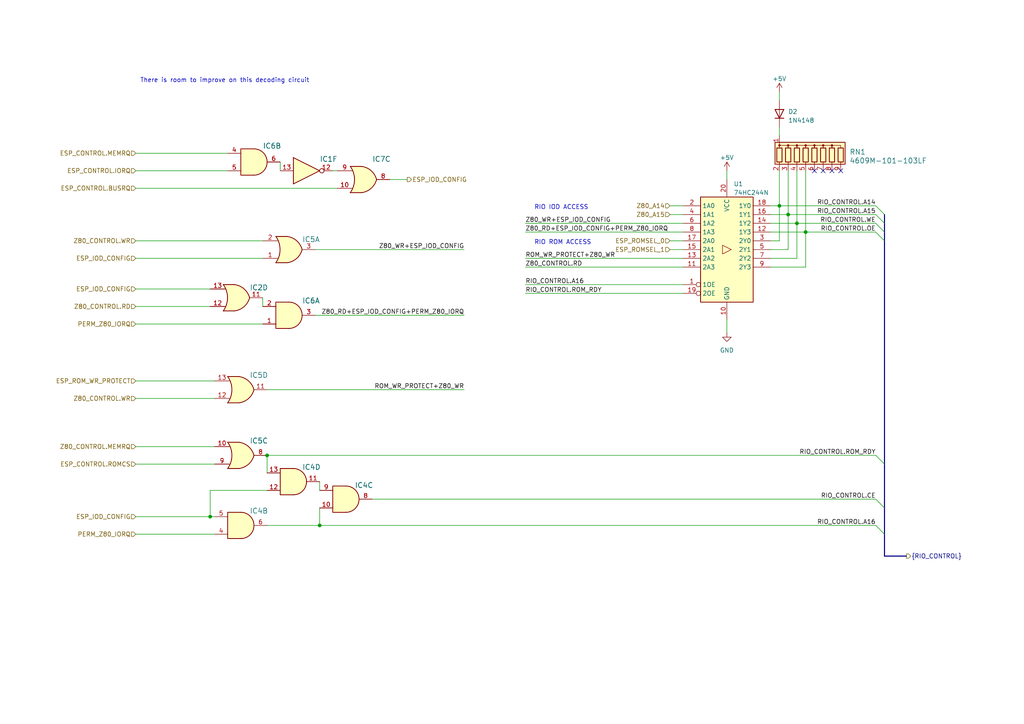
<source format=kicad_sch>
(kicad_sch (version 20230121) (generator eeschema)
  (paper "A4")
  (title_block (comment 1 "This could be copied into a RIO implemenation") (comment 2 "Decoder circuit for the RIO chip"))
  (lib_symbols
    (symbol "74xx:74HC04"
      (property "Reference" "U" (at 0 1.27 0))
      (property "Value" "74HC04" (at 0 -1.27 0))
      (symbol "74HC04_1_0"
        (polyline (pts (xy -3.81 3.81) (xy -3.81 -3.81) (xy 3.81 0) (xy -3.81 3.81)) (stroke (width 0.254)) (fill (type background)))
        (pin input line (at -7.62 0 0) (length 3.81) (name "~") (number "1"))
        (pin output inverted (at 7.62 0 180) (length 3.81) (name "~") (number "2"))
      )
      (symbol "74HC04_2_0"
        (polyline (pts (xy -3.81 3.81) (xy -3.81 -3.81) (xy 3.81 0) (xy -3.81 3.81)) (stroke (width 0.254)) (fill (type background)))
        (pin input line (at -7.62 0 0) (length 3.81) (name "~") (number "3"))
        (pin output inverted (at 7.62 0 180) (length 3.81) (name "~") (number "4"))
      )
      (symbol "74HC04_3_0"
        (polyline (pts (xy -3.81 3.81) (xy -3.81 -3.81) (xy 3.81 0) (xy -3.81 3.81)) (stroke (width 0.254)) (fill (type background)))
        (pin input line (at -7.62 0 0) (length 3.81) (name "~") (number "5"))
        (pin output inverted (at 7.62 0 180) (length 3.81) (name "~") (number "6"))
      )
      (symbol "74HC04_4_0"
        (polyline (pts (xy -3.81 3.81) (xy -3.81 -3.81) (xy 3.81 0) (xy -3.81 3.81)) (stroke (width 0.254)) (fill (type background)))
        (pin output inverted (at 7.62 0 180) (length 3.81) (name "~") (number "8"))
        (pin input line (at -7.62 0 0) (length 3.81) (name "~") (number "9"))
      )
      (symbol "74HC04_5_0"
        (polyline (pts (xy -3.81 3.81) (xy -3.81 -3.81) (xy 3.81 0) (xy -3.81 3.81)) (stroke (width 0.254)) (fill (type background)))
        (pin output inverted (at 7.62 0 180) (length 3.81) (name "~") (number "10"))
        (pin input line (at -7.62 0 0) (length 3.81) (name "~") (number "11"))
      )
      (symbol "74HC04_6_0"
        (polyline (pts (xy -3.81 3.81) (xy -3.81 -3.81) (xy 3.81 0) (xy -3.81 3.81)) (stroke (width 0.254)) (fill (type background)))
        (pin output inverted (at 7.62 0 180) (length 3.81) (name "~") (number "12"))
        (pin input line (at -7.62 0 0) (length 3.81) (name "~") (number "13"))
      )
      (symbol "74HC04_7_0"
        (pin power_in line (at 0 12.7 270) (length 5.08) (name "VCC") (number "14"))
        (pin power_in line (at 0 -12.7 90) (length 5.08) (name "GND") (number "7"))
      )
      (symbol "74HC04_7_1"
        (rectangle (start -5.08 7.62) (end 5.08 -7.62) (stroke (width 0.254)) (fill (type background)))
      )
    )
    (symbol "74xx:74HC244"
      (property "Reference" "U" (at -7.62 16.51 0))
      (property "Value" "74HC244" (at -7.62 -16.51 0))
      (symbol "74HC244_1_0"
        (polyline (pts (xy 1.27 0) (xy -1.27 1.27) (xy -1.27 -1.27) (xy 1.27 0)) (stroke (width 0.1524)))
        (pin input inverted (at -12.7 -10.16 0) (length 5.08) (name "1OE") (number "1"))
        (pin power_in line (at 0 -20.32 90) (length 5.08) (name "GND") (number "10"))
        (pin input line (at -12.7 -5.08 0) (length 5.08) (name "2A3") (number "11"))
        (pin tri_state line (at 12.7 5.08 180) (length 5.08) (name "1Y3") (number "12"))
        (pin input line (at -12.7 -2.54 0) (length 5.08) (name "2A2") (number "13"))
        (pin tri_state line (at 12.7 7.62 180) (length 5.08) (name "1Y2") (number "14"))
        (pin input line (at -12.7 0 0) (length 5.08) (name "2A1") (number "15"))
        (pin tri_state line (at 12.7 10.16 180) (length 5.08) (name "1Y1") (number "16"))
        (pin input line (at -12.7 2.54 0) (length 5.08) (name "2A0") (number "17"))
        (pin tri_state line (at 12.7 12.7 180) (length 5.08) (name "1Y0") (number "18"))
        (pin input inverted (at -12.7 -12.7 0) (length 5.08) (name "2OE") (number "19"))
        (pin input line (at -12.7 12.7 0) (length 5.08) (name "1A0") (number "2"))
        (pin power_in line (at 0 20.32 270) (length 5.08) (name "VCC") (number "20"))
        (pin tri_state line (at 12.7 2.54 180) (length 5.08) (name "2Y0") (number "3"))
        (pin input line (at -12.7 10.16 0) (length 5.08) (name "1A1") (number "4"))
        (pin tri_state line (at 12.7 0 180) (length 5.08) (name "2Y1") (number "5"))
        (pin input line (at -12.7 7.62 0) (length 5.08) (name "1A2") (number "6"))
        (pin tri_state line (at 12.7 -2.54 180) (length 5.08) (name "2Y2") (number "7"))
        (pin input line (at -12.7 5.08 0) (length 5.08) (name "1A3") (number "8"))
        (pin tri_state line (at 12.7 -5.08 180) (length 5.08) (name "2Y3") (number "9"))
      )
      (symbol "74HC244_1_1"
        (rectangle (start -7.62 15.24) (end 7.62 -15.24) (stroke (width 0.254)) (fill (type background)))
      )
    )
    (symbol "74xx:74LS08" (pin_names (offset 1.016))
      (property "Reference" "U" (at 0 1.27 0))
      (property "Value" "74LS08" (at 0 -1.27 0))
      (symbol "74LS08_1_1"
        (arc (start 0 -3.81) (mid 3.7934 0) (end 0 3.81) (stroke (width 0.254)) (fill (type background)))
        (polyline (pts (xy 0 3.81) (xy -3.81 3.81) (xy -3.81 -3.81) (xy 0 -3.81)) (stroke (width 0.254)) (fill (type background)))
        (pin input line (at -7.62 2.54 0) (length 3.81) (name "~") (number "1"))
        (pin input line (at -7.62 -2.54 0) (length 3.81) (name "~") (number "2"))
        (pin output line (at 7.62 0 180) (length 3.81) (name "~") (number "3"))
      )
      (symbol "74LS08_1_2"
        (arc (start -3.81 -3.81) (mid -2.589 0) (end -3.81 3.81) (stroke (width 0.254)))
        (arc (start -0.6096 -3.81) (mid 2.1842 -2.5851) (end 3.81 0) (stroke (width 0.254)) (fill (type background)))
        (polyline (pts (xy -3.81 -3.81) (xy -0.635 -3.81)) (stroke (width 0.254)) (fill (type background)))
        (polyline (pts (xy -3.81 3.81) (xy -0.635 3.81)) (stroke (width 0.254)) (fill (type background)))
        (polyline (pts (xy -0.635 3.81) (xy -3.81 3.81) (xy -3.81 3.81) (xy -3.556 3.4036) (xy -3.0226 2.2606) (xy -2.6924 1.0414) (xy -2.6162 -0.254) (xy -2.7686 -1.4986) (xy -3.175 -2.7178) (xy -3.81 -3.81) (xy -3.81 -3.81) (xy -0.635 -3.81)) (stroke (width -25.4)) (fill (type background)))
        (arc (start 3.81 0) (mid 2.1915 2.5936) (end -0.6096 3.81) (stroke (width 0.254)) (fill (type background)))
        (pin input inverted (at -7.62 2.54 0) (length 4.318) (name "~") (number "1"))
        (pin input inverted (at -7.62 -2.54 0) (length 4.318) (name "~") (number "2"))
        (pin output inverted (at 7.62 0 180) (length 3.81) (name "~") (number "3"))
      )
      (symbol "74LS08_2_1"
        (arc (start 0 -3.81) (mid 3.7934 0) (end 0 3.81) (stroke (width 0.254)) (fill (type background)))
        (polyline (pts (xy 0 3.81) (xy -3.81 3.81) (xy -3.81 -3.81) (xy 0 -3.81)) (stroke (width 0.254)) (fill (type background)))
        (pin input line (at -7.62 2.54 0) (length 3.81) (name "~") (number "4"))
        (pin input line (at -7.62 -2.54 0) (length 3.81) (name "~") (number "5"))
        (pin output line (at 7.62 0 180) (length 3.81) (name "~") (number "6"))
      )
      (symbol "74LS08_2_2"
        (arc (start -3.81 -3.81) (mid -2.589 0) (end -3.81 3.81) (stroke (width 0.254)))
        (arc (start -0.6096 -3.81) (mid 2.1842 -2.5851) (end 3.81 0) (stroke (width 0.254)) (fill (type background)))
        (polyline (pts (xy -3.81 -3.81) (xy -0.635 -3.81)) (stroke (width 0.254)) (fill (type background)))
        (polyline (pts (xy -3.81 3.81) (xy -0.635 3.81)) (stroke (width 0.254)) (fill (type background)))
        (polyline (pts (xy -0.635 3.81) (xy -3.81 3.81) (xy -3.81 3.81) (xy -3.556 3.4036) (xy -3.0226 2.2606) (xy -2.6924 1.0414) (xy -2.6162 -0.254) (xy -2.7686 -1.4986) (xy -3.175 -2.7178) (xy -3.81 -3.81) (xy -3.81 -3.81) (xy -0.635 -3.81)) (stroke (width -25.4)) (fill (type background)))
        (arc (start 3.81 0) (mid 2.1915 2.5936) (end -0.6096 3.81) (stroke (width 0.254)) (fill (type background)))
        (pin input inverted (at -7.62 2.54 0) (length 4.318) (name "~") (number "4"))
        (pin input inverted (at -7.62 -2.54 0) (length 4.318) (name "~") (number "5"))
        (pin output inverted (at 7.62 0 180) (length 3.81) (name "~") (number "6"))
      )
      (symbol "74LS08_3_1"
        (arc (start 0 -3.81) (mid 3.7934 0) (end 0 3.81) (stroke (width 0.254)) (fill (type background)))
        (polyline (pts (xy 0 3.81) (xy -3.81 3.81) (xy -3.81 -3.81) (xy 0 -3.81)) (stroke (width 0.254)) (fill (type background)))
        (pin input line (at -7.62 -2.54 0) (length 3.81) (name "~") (number "10"))
        (pin output line (at 7.62 0 180) (length 3.81) (name "~") (number "8"))
        (pin input line (at -7.62 2.54 0) (length 3.81) (name "~") (number "9"))
      )
      (symbol "74LS08_3_2"
        (arc (start -3.81 -3.81) (mid -2.589 0) (end -3.81 3.81) (stroke (width 0.254)))
        (arc (start -0.6096 -3.81) (mid 2.1842 -2.5851) (end 3.81 0) (stroke (width 0.254)) (fill (type background)))
        (polyline (pts (xy -3.81 -3.81) (xy -0.635 -3.81)) (stroke (width 0.254)) (fill (type background)))
        (polyline (pts (xy -3.81 3.81) (xy -0.635 3.81)) (stroke (width 0.254)) (fill (type background)))
        (polyline (pts (xy -0.635 3.81) (xy -3.81 3.81) (xy -3.81 3.81) (xy -3.556 3.4036) (xy -3.0226 2.2606) (xy -2.6924 1.0414) (xy -2.6162 -0.254) (xy -2.7686 -1.4986) (xy -3.175 -2.7178) (xy -3.81 -3.81) (xy -3.81 -3.81) (xy -0.635 -3.81)) (stroke (width -25.4)) (fill (type background)))
        (arc (start 3.81 0) (mid 2.1915 2.5936) (end -0.6096 3.81) (stroke (width 0.254)) (fill (type background)))
        (pin input inverted (at -7.62 -2.54 0) (length 4.318) (name "~") (number "10"))
        (pin output inverted (at 7.62 0 180) (length 3.81) (name "~") (number "8"))
        (pin input inverted (at -7.62 2.54 0) (length 4.318) (name "~") (number "9"))
      )
      (symbol "74LS08_4_1"
        (arc (start 0 -3.81) (mid 3.7934 0) (end 0 3.81) (stroke (width 0.254)) (fill (type background)))
        (polyline (pts (xy 0 3.81) (xy -3.81 3.81) (xy -3.81 -3.81) (xy 0 -3.81)) (stroke (width 0.254)) (fill (type background)))
        (pin output line (at 7.62 0 180) (length 3.81) (name "~") (number "11"))
        (pin input line (at -7.62 2.54 0) (length 3.81) (name "~") (number "12"))
        (pin input line (at -7.62 -2.54 0) (length 3.81) (name "~") (number "13"))
      )
      (symbol "74LS08_4_2"
        (arc (start -3.81 -3.81) (mid -2.589 0) (end -3.81 3.81) (stroke (width 0.254)))
        (arc (start -0.6096 -3.81) (mid 2.1842 -2.5851) (end 3.81 0) (stroke (width 0.254)) (fill (type background)))
        (polyline (pts (xy -3.81 -3.81) (xy -0.635 -3.81)) (stroke (width 0.254)) (fill (type background)))
        (polyline (pts (xy -3.81 3.81) (xy -0.635 3.81)) (stroke (width 0.254)) (fill (type background)))
        (polyline (pts (xy -0.635 3.81) (xy -3.81 3.81) (xy -3.81 3.81) (xy -3.556 3.4036) (xy -3.0226 2.2606) (xy -2.6924 1.0414) (xy -2.6162 -0.254) (xy -2.7686 -1.4986) (xy -3.175 -2.7178) (xy -3.81 -3.81) (xy -3.81 -3.81) (xy -0.635 -3.81)) (stroke (width -25.4)) (fill (type background)))
        (arc (start 3.81 0) (mid 2.1915 2.5936) (end -0.6096 3.81) (stroke (width 0.254)) (fill (type background)))
        (pin output inverted (at 7.62 0 180) (length 3.81) (name "~") (number "11"))
        (pin input inverted (at -7.62 2.54 0) (length 4.318) (name "~") (number "12"))
        (pin input inverted (at -7.62 -2.54 0) (length 4.318) (name "~") (number "13"))
      )
      (symbol "74LS08_5_0"
        (pin power_in line (at 0 12.7 270) (length 5.08) (name "VCC") (number "14"))
        (pin power_in line (at 0 -12.7 90) (length 5.08) (name "GND") (number "7"))
      )
      (symbol "74LS08_5_1"
        (rectangle (start -5.08 7.62) (end 5.08 -7.62) (stroke (width 0.254)) (fill (type background)))
      )
    )
    (symbol "74xx:74LS32" (pin_names (offset 1.016))
      (property "Reference" "U" (at 0 1.27 0))
      (property "Value" "74LS32" (at 0 -1.27 0))
      (symbol "74LS32_1_1"
        (arc (start -3.81 -3.81) (mid -2.589 0) (end -3.81 3.81) (stroke (width 0.254)))
        (arc (start -0.6096 -3.81) (mid 2.1842 -2.5851) (end 3.81 0) (stroke (width 0.254)) (fill (type background)))
        (polyline (pts (xy -3.81 -3.81) (xy -0.635 -3.81)) (stroke (width 0.254)) (fill (type background)))
        (polyline (pts (xy -3.81 3.81) (xy -0.635 3.81)) (stroke (width 0.254)) (fill (type background)))
        (polyline (pts (xy -0.635 3.81) (xy -3.81 3.81) (xy -3.81 3.81) (xy -3.556 3.4036) (xy -3.0226 2.2606) (xy -2.6924 1.0414) (xy -2.6162 -0.254) (xy -2.7686 -1.4986) (xy -3.175 -2.7178) (xy -3.81 -3.81) (xy -3.81 -3.81) (xy -0.635 -3.81)) (stroke (width -25.4)) (fill (type background)))
        (arc (start 3.81 0) (mid 2.1915 2.5936) (end -0.6096 3.81) (stroke (width 0.254)) (fill (type background)))
        (pin input line (at -7.62 2.54 0) (length 4.318) (name "~") (number "1"))
        (pin input line (at -7.62 -2.54 0) (length 4.318) (name "~") (number "2"))
        (pin output line (at 7.62 0 180) (length 3.81) (name "~") (number "3"))
      )
      (symbol "74LS32_1_2"
        (arc (start 0 -3.81) (mid 3.7934 0) (end 0 3.81) (stroke (width 0.254)) (fill (type background)))
        (polyline (pts (xy 0 3.81) (xy -3.81 3.81) (xy -3.81 -3.81) (xy 0 -3.81)) (stroke (width 0.254)) (fill (type background)))
        (pin input inverted (at -7.62 2.54 0) (length 3.81) (name "~") (number "1"))
        (pin input inverted (at -7.62 -2.54 0) (length 3.81) (name "~") (number "2"))
        (pin output inverted (at 7.62 0 180) (length 3.81) (name "~") (number "3"))
      )
      (symbol "74LS32_2_1"
        (arc (start -3.81 -3.81) (mid -2.589 0) (end -3.81 3.81) (stroke (width 0.254)))
        (arc (start -0.6096 -3.81) (mid 2.1842 -2.5851) (end 3.81 0) (stroke (width 0.254)) (fill (type background)))
        (polyline (pts (xy -3.81 -3.81) (xy -0.635 -3.81)) (stroke (width 0.254)) (fill (type background)))
        (polyline (pts (xy -3.81 3.81) (xy -0.635 3.81)) (stroke (width 0.254)) (fill (type background)))
        (polyline (pts (xy -0.635 3.81) (xy -3.81 3.81) (xy -3.81 3.81) (xy -3.556 3.4036) (xy -3.0226 2.2606) (xy -2.6924 1.0414) (xy -2.6162 -0.254) (xy -2.7686 -1.4986) (xy -3.175 -2.7178) (xy -3.81 -3.81) (xy -3.81 -3.81) (xy -0.635 -3.81)) (stroke (width -25.4)) (fill (type background)))
        (arc (start 3.81 0) (mid 2.1915 2.5936) (end -0.6096 3.81) (stroke (width 0.254)) (fill (type background)))
        (pin input line (at -7.62 2.54 0) (length 4.318) (name "~") (number "4"))
        (pin input line (at -7.62 -2.54 0) (length 4.318) (name "~") (number "5"))
        (pin output line (at 7.62 0 180) (length 3.81) (name "~") (number "6"))
      )
      (symbol "74LS32_2_2"
        (arc (start 0 -3.81) (mid 3.7934 0) (end 0 3.81) (stroke (width 0.254)) (fill (type background)))
        (polyline (pts (xy 0 3.81) (xy -3.81 3.81) (xy -3.81 -3.81) (xy 0 -3.81)) (stroke (width 0.254)) (fill (type background)))
        (pin input inverted (at -7.62 2.54 0) (length 3.81) (name "~") (number "4"))
        (pin input inverted (at -7.62 -2.54 0) (length 3.81) (name "~") (number "5"))
        (pin output inverted (at 7.62 0 180) (length 3.81) (name "~") (number "6"))
      )
      (symbol "74LS32_3_1"
        (arc (start -3.81 -3.81) (mid -2.589 0) (end -3.81 3.81) (stroke (width 0.254)))
        (arc (start -0.6096 -3.81) (mid 2.1842 -2.5851) (end 3.81 0) (stroke (width 0.254)) (fill (type background)))
        (polyline (pts (xy -3.81 -3.81) (xy -0.635 -3.81)) (stroke (width 0.254)) (fill (type background)))
        (polyline (pts (xy -3.81 3.81) (xy -0.635 3.81)) (stroke (width 0.254)) (fill (type background)))
        (polyline (pts (xy -0.635 3.81) (xy -3.81 3.81) (xy -3.81 3.81) (xy -3.556 3.4036) (xy -3.0226 2.2606) (xy -2.6924 1.0414) (xy -2.6162 -0.254) (xy -2.7686 -1.4986) (xy -3.175 -2.7178) (xy -3.81 -3.81) (xy -3.81 -3.81) (xy -0.635 -3.81)) (stroke (width -25.4)) (fill (type background)))
        (arc (start 3.81 0) (mid 2.1915 2.5936) (end -0.6096 3.81) (stroke (width 0.254)) (fill (type background)))
        (pin input line (at -7.62 -2.54 0) (length 4.318) (name "~") (number "10"))
        (pin output line (at 7.62 0 180) (length 3.81) (name "~") (number "8"))
        (pin input line (at -7.62 2.54 0) (length 4.318) (name "~") (number "9"))
      )
      (symbol "74LS32_3_2"
        (arc (start 0 -3.81) (mid 3.7934 0) (end 0 3.81) (stroke (width 0.254)) (fill (type background)))
        (polyline (pts (xy 0 3.81) (xy -3.81 3.81) (xy -3.81 -3.81) (xy 0 -3.81)) (stroke (width 0.254)) (fill (type background)))
        (pin input inverted (at -7.62 -2.54 0) (length 3.81) (name "~") (number "10"))
        (pin output inverted (at 7.62 0 180) (length 3.81) (name "~") (number "8"))
        (pin input inverted (at -7.62 2.54 0) (length 3.81) (name "~") (number "9"))
      )
      (symbol "74LS32_4_1"
        (arc (start -3.81 -3.81) (mid -2.589 0) (end -3.81 3.81) (stroke (width 0.254)))
        (arc (start -0.6096 -3.81) (mid 2.1842 -2.5851) (end 3.81 0) (stroke (width 0.254)) (fill (type background)))
        (polyline (pts (xy -3.81 -3.81) (xy -0.635 -3.81)) (stroke (width 0.254)) (fill (type background)))
        (polyline (pts (xy -3.81 3.81) (xy -0.635 3.81)) (stroke (width 0.254)) (fill (type background)))
        (polyline (pts (xy -0.635 3.81) (xy -3.81 3.81) (xy -3.81 3.81) (xy -3.556 3.4036) (xy -3.0226 2.2606) (xy -2.6924 1.0414) (xy -2.6162 -0.254) (xy -2.7686 -1.4986) (xy -3.175 -2.7178) (xy -3.81 -3.81) (xy -3.81 -3.81) (xy -0.635 -3.81)) (stroke (width -25.4)) (fill (type background)))
        (arc (start 3.81 0) (mid 2.1915 2.5936) (end -0.6096 3.81) (stroke (width 0.254)) (fill (type background)))
        (pin output line (at 7.62 0 180) (length 3.81) (name "~") (number "11"))
        (pin input line (at -7.62 2.54 0) (length 4.318) (name "~") (number "12"))
        (pin input line (at -7.62 -2.54 0) (length 4.318) (name "~") (number "13"))
      )
      (symbol "74LS32_4_2"
        (arc (start 0 -3.81) (mid 3.7934 0) (end 0 3.81) (stroke (width 0.254)) (fill (type background)))
        (polyline (pts (xy 0 3.81) (xy -3.81 3.81) (xy -3.81 -3.81) (xy 0 -3.81)) (stroke (width 0.254)) (fill (type background)))
        (pin output inverted (at 7.62 0 180) (length 3.81) (name "~") (number "11"))
        (pin input inverted (at -7.62 2.54 0) (length 3.81) (name "~") (number "12"))
        (pin input inverted (at -7.62 -2.54 0) (length 3.81) (name "~") (number "13"))
      )
      (symbol "74LS32_5_0"
        (pin power_in line (at 0 12.7 270) (length 5.08) (name "VCC") (number "14"))
        (pin power_in line (at 0 -12.7 90) (length 5.08) (name "GND") (number "7"))
      )
      (symbol "74LS32_5_1"
        (rectangle (start -5.08 7.62) (end 5.08 -7.62) (stroke (width 0.254)) (fill (type background)))
      )
    )
    (symbol "Device:D" (pin_numbers hide) (pin_names (offset 1.016) hide)
      (property "Reference" "D" (at 0 2.54 0))
      (property "Value" "D" (at 0 -2.54 0))
      (symbol "D_0_1"
        (polyline (pts (xy -1.27 1.27) (xy -1.27 -1.27)) (stroke (width 0.254)))
        (polyline (pts (xy 1.27 0) (xy -1.27 0)))
        (polyline (pts (xy 1.27 1.27) (xy 1.27 -1.27) (xy -1.27 0) (xy 1.27 1.27)) (stroke (width 0.254)))
      )
      (symbol "D_1_1"
        (pin passive line (at -3.81 0 0) (length 2.54) (name "K") (number "1"))
        (pin passive line (at 3.81 0 180) (length 2.54) (name "A") (number "2"))
      )
    )
    (symbol "Device:R_Network08" (pin_names (offset 0) hide)
      (property "Reference" "RN" (at -12.7 0 90))
      (property "Value" "R_Network08" (at 10.16 0 90))
      (symbol "R_Network08_0_1"
        (rectangle (start -11.43 -3.175) (end 8.89 3.175) (stroke (width 0.254)) (fill (type background)))
        (rectangle (start -10.922 1.524) (end -9.398 -2.54) (stroke (width 0.254)))
        (circle (center -10.16 2.286) (radius 0.254) (fill (type outline)))
        (rectangle (start -8.382 1.524) (end -6.858 -2.54) (stroke (width 0.254)))
        (circle (center -7.62 2.286) (radius 0.254) (fill (type outline)))
        (rectangle (start -5.842 1.524) (end -4.318 -2.54) (stroke (width 0.254)))
        (circle (center -5.08 2.286) (radius 0.254) (fill (type outline)))
        (rectangle (start -3.302 1.524) (end -1.778 -2.54) (stroke (width 0.254)))
        (circle (center -2.54 2.286) (radius 0.254) (fill (type outline)))
        (rectangle (start -0.762 1.524) (end 0.762 -2.54) (stroke (width 0.254)))
        (polyline (pts (xy -10.16 -2.54) (xy -10.16 -3.81)))
        (polyline (pts (xy -7.62 -2.54) (xy -7.62 -3.81)))
        (polyline (pts (xy -5.08 -2.54) (xy -5.08 -3.81)))
        (polyline (pts (xy -2.54 -2.54) (xy -2.54 -3.81)))
        (polyline (pts (xy 0 -2.54) (xy 0 -3.81)))
        (polyline (pts (xy 2.54 -2.54) (xy 2.54 -3.81)))
        (polyline (pts (xy 5.08 -2.54) (xy 5.08 -3.81)))
        (polyline (pts (xy 7.62 -2.54) (xy 7.62 -3.81)))
        (polyline (pts (xy -10.16 1.524) (xy -10.16 2.286) (xy -7.62 2.286) (xy -7.62 1.524)))
        (polyline (pts (xy -7.62 1.524) (xy -7.62 2.286) (xy -5.08 2.286) (xy -5.08 1.524)))
        (polyline (pts (xy -5.08 1.524) (xy -5.08 2.286) (xy -2.54 2.286) (xy -2.54 1.524)))
        (polyline (pts (xy -2.54 1.524) (xy -2.54 2.286) (xy 0 2.286) (xy 0 1.524)))
        (polyline (pts (xy 0 1.524) (xy 0 2.286) (xy 2.54 2.286) (xy 2.54 1.524)))
        (polyline (pts (xy 2.54 1.524) (xy 2.54 2.286) (xy 5.08 2.286) (xy 5.08 1.524)))
        (polyline (pts (xy 5.08 1.524) (xy 5.08 2.286) (xy 7.62 2.286) (xy 7.62 1.524)))
        (circle (center 0 2.286) (radius 0.254) (fill (type outline)))
        (rectangle (start 1.778 1.524) (end 3.302 -2.54) (stroke (width 0.254)))
        (circle (center 2.54 2.286) (radius 0.254) (fill (type outline)))
        (rectangle (start 4.318 1.524) (end 5.842 -2.54) (stroke (width 0.254)))
        (circle (center 5.08 2.286) (radius 0.254) (fill (type outline)))
        (rectangle (start 6.858 1.524) (end 8.382 -2.54) (stroke (width 0.254)))
      )
      (symbol "R_Network08_1_1"
        (pin passive line (at -10.16 5.08 270) (length 2.54) (name "common") (number "1"))
        (pin passive line (at -10.16 -5.08 90) (length 1.27) (name "R1") (number "2"))
        (pin passive line (at -7.62 -5.08 90) (length 1.27) (name "R2") (number "3"))
        (pin passive line (at -5.08 -5.08 90) (length 1.27) (name "R3") (number "4"))
        (pin passive line (at -2.54 -5.08 90) (length 1.27) (name "R4") (number "5"))
        (pin passive line (at 0 -5.08 90) (length 1.27) (name "R5") (number "6"))
        (pin passive line (at 2.54 -5.08 90) (length 1.27) (name "R6") (number "7"))
        (pin passive line (at 5.08 -5.08 90) (length 1.27) (name "R7") (number "8"))
        (pin passive line (at 7.62 -5.08 90) (length 1.27) (name "R8") (number "9"))
      )
    )
    (symbol "power:+5V" (power) (pin_names (offset 0))
      (property "Value" "+5V" (at 0 3.556 0))
      (symbol "+5V_0_1"
        (polyline (pts (xy -0.762 1.27) (xy 0 2.54)))
        (polyline (pts (xy 0 0) (xy 0 2.54)))
        (polyline (pts (xy 0 2.54) (xy 0.762 1.27)))
      )
      (symbol "+5V_1_1"
        (pin power_in line (at 0 0 90) (length 0) hide (name "+5V") (number "1"))
      )
    )
    (symbol "power:GND" (power) (pin_names (offset 0))
      (property "Value" "GND" (at 0 -3.81 0))
      (symbol "GND_0_1"
        (polyline (pts (xy 0 0) (xy 0 -1.27) (xy 1.27 -1.27) (xy 0 -2.54) (xy -1.27 -1.27) (xy 0 -1.27)))
      )
      (symbol "GND_1_1"
        (pin power_in line (at 0 0 270) (length 0) hide (name "GND") (number "1"))
      )
    )
  )
  (junction (at 228.6 62.23))
  (junction (at 92.71 152.4))
  (junction (at 77.47 132.08))
  (junction (at 231.14 64.77))
  (junction (at 233.68 67.31))
  (junction (at 226.06 59.69))
  (junction (at 60.96 149.86))
  (no_connect (at 238.76 49.53))
  (no_connect (at 241.3 49.53))
  (no_connect (at 243.84 49.53))
  (no_connect (at 236.22 49.53))
  (bus_entry (at 254 62.23) (size 2.54 2.54))
  (bus_entry (at 254 152.4) (size 2.54 2.54))
  (bus_entry (at 254 132.08) (size 2.54 2.54))
  (bus_entry (at 254 67.31) (size 2.54 2.54))
  (bus_entry (at 254 144.78) (size 2.54 2.54))
  (bus_entry (at 254 64.77) (size 2.54 2.54))
  (bus_entry (at 254 59.69) (size 2.54 2.54))
  (bus (pts (xy 256.54 64.77) (xy 256.54 67.31)))
  (wire (pts (xy 39.37 149.86) (xy 60.96 149.86)))
  (bus (pts (xy 256.54 69.85) (xy 256.54 134.62)))
  (wire (pts (xy 223.52 72.39) (xy 228.6 72.39)))
  (wire (pts (xy 107.95 144.78) (xy 254 144.78)))
  (wire (pts (xy 223.52 77.47) (xy 233.68 77.47)))
  (wire (pts (xy 62.23 134.62) (xy 39.37 134.62)))
  (wire (pts (xy 228.6 62.23) (xy 254 62.23)))
  (wire (pts (xy 233.68 49.53) (xy 233.68 67.31)))
  (wire (pts (xy 228.6 62.23) (xy 228.6 72.39)))
  (wire (pts (xy 81.28 46.99) (xy 81.28 49.53)))
  (bus (pts (xy 256.54 62.23) (xy 256.54 64.77)))
  (wire (pts (xy 152.4 67.31) (xy 198.12 67.31)))
  (wire (pts (xy 152.4 64.77) (xy 198.12 64.77)))
  (wire (pts (xy 223.52 64.77) (xy 231.14 64.77)))
  (wire (pts (xy 226.06 59.69) (xy 254 59.69)))
  (wire (pts (xy 62.23 115.57) (xy 39.37 115.57)))
  (wire (pts (xy 231.14 64.77) (xy 254 64.77)))
  (wire (pts (xy 92.71 139.7) (xy 92.71 142.24)))
  (wire (pts (xy 113.03 52.07) (xy 118.11 52.07)))
  (wire (pts (xy 62.23 154.94) (xy 39.37 154.94)))
  (wire (pts (xy 39.37 93.98) (xy 76.2 93.98)))
  (wire (pts (xy 62.23 129.54) (xy 39.37 129.54)))
  (wire (pts (xy 77.47 137.16) (xy 77.47 132.08)))
  (wire (pts (xy 152.4 82.55) (xy 198.12 82.55)))
  (wire (pts (xy 228.6 49.53) (xy 228.6 62.23)))
  (wire (pts (xy 62.23 149.86) (xy 60.96 149.86)))
  (wire (pts (xy 198.12 77.47) (xy 152.4 77.47)))
  (wire (pts (xy 92.71 152.4) (xy 254 152.4)))
  (wire (pts (xy 226.06 26.67) (xy 226.06 29.21)))
  (wire (pts (xy 152.4 85.09) (xy 198.12 85.09)))
  (wire (pts (xy 198.12 72.39) (xy 194.31 72.39)))
  (bus (pts (xy 262.89 161.29) (xy 256.54 161.29)))
  (wire (pts (xy 97.79 54.61) (xy 39.37 54.61)))
  (wire (pts (xy 62.23 110.49) (xy 39.37 110.49)))
  (wire (pts (xy 96.52 49.53) (xy 97.79 49.53)))
  (wire (pts (xy 77.47 132.08) (xy 254 132.08)))
  (wire (pts (xy 39.37 44.45) (xy 66.04 44.45)))
  (bus (pts (xy 256.54 147.32) (xy 256.54 154.94)))
  (wire (pts (xy 226.06 49.53) (xy 226.06 59.69)))
  (bus (pts (xy 256.54 154.94) (xy 256.54 161.29)))
  (wire (pts (xy 223.52 62.23) (xy 228.6 62.23)))
  (wire (pts (xy 76.2 86.36) (xy 76.2 88.9)))
  (wire (pts (xy 223.52 67.31) (xy 233.68 67.31)))
  (bus (pts (xy 256.54 134.62) (xy 256.54 147.32)))
  (bus (pts (xy 256.54 67.31) (xy 256.54 69.85)))
  (wire (pts (xy 91.44 91.44) (xy 134.62 91.44)))
  (wire (pts (xy 77.47 142.24) (xy 60.96 142.24)))
  (wire (pts (xy 231.14 49.53) (xy 231.14 64.77)))
  (wire (pts (xy 223.52 69.85) (xy 226.06 69.85)))
  (wire (pts (xy 223.52 59.69) (xy 226.06 59.69)))
  (wire (pts (xy 198.12 69.85) (xy 194.31 69.85)))
  (wire (pts (xy 60.96 83.82) (xy 39.37 83.82)))
  (wire (pts (xy 76.2 74.93) (xy 39.37 74.93)))
  (wire (pts (xy 198.12 59.69) (xy 194.31 59.69)))
  (wire (pts (xy 76.2 69.85) (xy 39.37 69.85)))
  (wire (pts (xy 233.68 67.31) (xy 233.68 77.47)))
  (wire (pts (xy 77.47 152.4) (xy 92.71 152.4)))
  (wire (pts (xy 77.47 113.03) (xy 134.62 113.03)))
  (wire (pts (xy 60.96 142.24) (xy 60.96 149.86)))
  (wire (pts (xy 66.04 49.53) (xy 39.37 49.53)))
  (wire (pts (xy 231.14 64.77) (xy 231.14 74.93)))
  (wire (pts (xy 233.68 67.31) (xy 254 67.31)))
  (wire (pts (xy 223.52 74.93) (xy 231.14 74.93)))
  (wire (pts (xy 210.82 92.71) (xy 210.82 96.52)))
  (wire (pts (xy 91.44 72.39) (xy 134.62 72.39)))
  (wire (pts (xy 198.12 62.23) (xy 194.31 62.23)))
  (wire (pts (xy 226.06 69.85) (xy 226.06 59.69)))
  (wire (pts (xy 60.96 88.9) (xy 39.37 88.9)))
  (wire (pts (xy 226.06 36.83) (xy 226.06 39.37)))
  (wire (pts (xy 152.4 74.93) (xy 198.12 74.93)))
  (wire (pts (xy 92.71 152.4) (xy 92.71 147.32)))
  (wire (pts (xy 210.82 49.53) (xy 210.82 52.07)))
  (text "There is room to improve on this decoding circuit" (at 40.64 24.13 0) (effects (font (size 1.27 1.27)) (justify left bottom)))
  (text "RIO IOD ACCESS" (at 154.94 60.96 0) (effects (font (size 1.27 1.27)) (justify left bottom)))
  (text "RIO ROM ACCESS" (at 154.94 71.12 0) (effects (font (size 1.27 1.27)) (justify left bottom)))
  (label "RIO_CONTROL.A14" (at 254 59.69 180))
  (label "ROM_WR_PROTECT+Z80_WR" (at 152.4 74.93 0))
  (label "Z80_WR+ESP_IOD_CONFIG" (at 152.4 64.77 0))
  (label "Z80_RD+ESP_IOD_CONFIG+PERM_Z80_IORQ" (at 152.4 67.31 0))
  (label "Z80_RD+ESP_IOD_CONFIG+PERM_Z80_IORQ" (at 134.62 91.44 180))
  (label "Z80_CONTROL.RD" (at 152.4 77.47 0))
  (label "RIO_CONTROL.ROM_RDY" (at 254 132.08 180))
  (label "RIO_CONTROL.WE" (at 254 64.77 180))
  (label "RIO_CONTROL.A15" (at 254 62.23 180))
  (label "Z80_WR+ESP_IOD_CONFIG" (at 134.62 72.39 180))
  (label "RIO_CONTROL.A16" (at 254 152.4 180))
  (label "RIO_CONTROL.ROM_RDY" (at 152.4 85.09 0))
  (label "RIO_CONTROL.OE" (at 254 67.31 180))
  (label "RIO_CONTROL.CE" (at 254 144.78 180))
  (label "ROM_WR_PROTECT+Z80_WR" (at 134.62 113.03 180))
  (label "RIO_CONTROL.A16" (at 152.4 82.55 0))
  (hierarchical_label "ESP_ROMSEL_1" (shape input) (at 194.31 72.39 180))
  (hierarchical_label "Z80_A15" (shape input) (at 194.31 62.23 180))
  (hierarchical_label "ESP_CONTROL.ROMCS" (shape input) (at 39.37 134.62 180))
  (hierarchical_label "{RIO_CONTROL}" (shape output) (at 262.89 161.29 0))
  (hierarchical_label "Z80_CONTROL.MEMRQ" (shape input) (at 39.37 129.54 180))
  (hierarchical_label "PERM_Z80_IORQ" (shape input) (at 39.37 154.94 180))
  (hierarchical_label "Z80_CONTROL.WR" (shape input) (at 39.37 69.85 180))
  (hierarchical_label "ESP_ROMSEL_0" (shape input) (at 194.31 69.85 180))
  (hierarchical_label "Z80_CONTROL.RD" (shape input) (at 39.37 88.9 180))
  (hierarchical_label "ESP_IOD_CONFIG" (shape input) (at 39.37 83.82 180))
  (hierarchical_label "ESP_IOD_CONFIG" (shape input) (at 39.37 74.93 180))
  (hierarchical_label "ESP_ROM_WR_PROTECT" (shape input) (at 39.37 110.49 180))
  (hierarchical_label "ESP_CONTROL.IORQ" (shape input) (at 39.37 49.53 180))
  (hierarchical_label "Z80_A14" (shape input) (at 194.31 59.69 180))
  (hierarchical_label "ESP_IOD_CONFIG" (shape output) (at 118.11 52.07 0))
  (hierarchical_label "ESP_CONTROL.MEMRQ" (shape input) (at 39.37 44.45 180))
  (hierarchical_label "ESP_IOD_CONFIG" (shape input) (at 39.37 149.86 180))
  (hierarchical_label "Z80_CONTROL.WR" (shape input) (at 39.37 115.57 180))
  (hierarchical_label "PERM_Z80_IORQ" (shape input) (at 39.37 93.98 180))
  (hierarchical_label "ESP_CONTROL.BUSRQ" (shape input) (at 39.37 54.61 180))
  (symbol (lib_id "74xx:74LS08") (at 73.66 46.99 0) (unit 2)
    (property "Reference" "IC6" (at 76.2 43.18 0) (effects (font (size 1.4986 1.4986)) (justify left bottom)))
    (property "Value" "74HC08N" (effects hide))
    (property "Footprint" "Package_DIP:DIP-14_W7.62mm_Socket" (effects hide))
    (property "Datasheet" "http://www.ti.com/lit/gpn/sn74LS08" (effects hide))
    (instances (project "FujiNet_Z80Bus_ReferenceDesign" (path "" (reference "IC6") (unit 2))) (project "GLUE_ZXspectrum" (path "" (reference "IC?") (unit 2))))
  )
  (symbol (lib_id "74xx:74LS08") (at 69.85 152.4 0) (mirror x) (unit 2)
    (property "Reference" "IC4" (at 72.39 147.32 0) (effects (font (size 1.4986 1.4986)) (justify left bottom)))
    (property "Value" "74HC08N" (effects hide))
    (property "Footprint" "Package_DIP:DIP-14_W7.62mm_Socket" (effects hide))
    (property "Datasheet" "http://www.ti.com/lit/gpn/sn74LS08" (effects hide))
    (instances (project "FujiNet_Z80Bus_ReferenceDesign" (path "" (reference "IC4") (unit 2))) (project "GLUE_ZXspectrum" (path "" (reference "IC?") (unit 2))))
  )
  (symbol (lib_id "power:+5V") (at 210.82 49.53 0) (unit 1)
    (property "Reference" "#PWR0104" (effects hide))
    (property "Value" "+5V" (at 210.82 45.72 0))
    (instances (project "FujiNet_Z80Bus_ReferenceDesign" (path "" (reference "#PWR0104") (unit 1))) (project "GLUE_ZXspectrum" (path "" (reference "#PWR?") (unit 1))))
  )
  (symbol (lib_id "74xx:74HC04") (at 88.9 49.53 0) (unit 6)
    (property "Reference" "IC1" (at 92.71 46.99 0) (effects (font (size 1.4986 1.4986)) (justify left bottom)))
    (property "Value" "7404N" (effects hide))
    (property "Footprint" "Package_DIP:DIP-14_W7.62mm_Socket" (effects hide))
    (property "Datasheet" "https://assets.nexperia.com/documents/data-sheet/74HC_HCT04.pdf" (effects hide))
    (instances (project "FujiNet_Z80Bus_ReferenceDesign" (path "" (reference "IC1") (unit 6))) (project "GLUE_ZXspectrum" (path "" (reference "IC?") (unit 5))))
  )
  (symbol (lib_id "74xx:74LS32") (at 83.82 72.39 0) (mirror x) (unit 1)
    (property "Reference" "IC5" (at 87.63 68.58 0) (effects (font (size 1.4986 1.4986)) (justify left bottom)))
    (property "Value" "74HC32N" (effects hide))
    (property "Footprint" "Package_DIP:DIP-14_W7.62mm_Socket" (effects hide))
    (property "Datasheet" "http://www.ti.com/lit/gpn/sn74LS32" (effects hide))
    (instances (project "FujiNet_Z80Bus_ReferenceDesign" (path "" (reference "IC5") (unit 1))) (project "GLUE_ZXspectrum" (path "" (reference "IC?") (unit 1))))
  )
  (symbol (lib_id "74xx:74LS08") (at 83.82 91.44 0) (mirror x) (unit 1)
    (property "Reference" "IC6" (at 87.63 86.36 0) (effects (font (size 1.4986 1.4986)) (justify left bottom)))
    (property "Value" "74HC08N" (effects hide))
    (property "Footprint" "Package_DIP:DIP-14_W7.62mm_Socket" (effects hide))
    (property "Datasheet" "http://www.ti.com/lit/gpn/sn74LS08" (effects hide))
    (instances (project "FujiNet_Z80Bus_ReferenceDesign" (path "" (reference "IC6") (unit 1))) (project "GLUE_ZXspectrum" (path "" (reference "IC?") (unit 1))))
  )
  (symbol (lib_id "74xx:74LS08") (at 100.33 144.78 0) (unit 3)
    (property "Reference" "IC4" (at 102.87 141.605 0) (effects (font (size 1.4986 1.4986)) (justify left bottom)))
    (property "Value" "74HC08N" (effects hide))
    (property "Footprint" "Package_DIP:DIP-14_W7.62mm_Socket" (effects hide))
    (property "Datasheet" "http://www.ti.com/lit/gpn/sn74LS08" (effects hide))
    (instances (project "FujiNet_Z80Bus_ReferenceDesign" (path "" (reference "IC4") (unit 3))) (project "GLUE_ZXspectrum" (path "" (reference "IC?") (unit 3))))
  )
  (symbol (lib_id "power:GND") (at 210.82 96.52 0) (unit 1)
    (property "Reference" "#PWR0105" (effects hide))
    (property "Value" "GND" (at 210.82 101.6 0))
    (instances (project "FujiNet_Z80Bus_ReferenceDesign" (path "" (reference "#PWR0105") (unit 1))) (project "GLUE_ZXspectrum" (path "" (reference "#PWR?") (unit 1))))
  )
  (symbol (lib_id "power:+5V") (at 226.06 26.67 0) (unit 1)
    (property "Reference" "#PWR0103" (effects hide))
    (property "Value" "+5V" (at 226.06 22.86 0))
    (instances (project "FujiNet_Z80Bus_ReferenceDesign" (path "" (reference "#PWR0103") (unit 1))) (project "GLUE_ZXspectrum" (path "" (reference "#PWR?") (unit 1))))
  )
  (symbol (lib_id "74xx:74LS32") (at 68.58 86.36 0) (mirror x) (unit 4)
    (property "Reference" "IC2" (at 72.39 82.55 0) (effects (font (size 1.4986 1.4986)) (justify left bottom)))
    (property "Value" "74HC32N" (effects hide))
    (property "Footprint" "Package_DIP:DIP-14_W7.62mm_Socket" (effects hide))
    (property "Datasheet" "http://www.ti.com/lit/gpn/sn74LS32" (effects hide))
    (instances (project "FujiNet_Z80Bus_ReferenceDesign" (path "" (reference "IC2") (unit 4))) (project "GLUE_ZXspectrum" (path "" (reference "IC?") (unit 2))))
  )
  (symbol (lib_id "74xx:74LS32") (at 105.41 52.07 0) (unit 3)
    (property "Reference" "IC7" (at 107.95 46.99 0) (effects (font (size 1.4986 1.4986)) (justify left bottom)))
    (property "Value" "74HC32N" (effects hide))
    (property "Footprint" "Package_DIP:DIP-14_W7.62mm_Socket" (effects hide))
    (property "Datasheet" "http://www.ti.com/lit/gpn/sn74LS32" (effects hide))
    (instances (project "FujiNet_Z80Bus_ReferenceDesign" (path "" (reference "IC7") (unit 3))) (project "GLUE_ZXspectrum" (path "" (reference "IC?") (unit 3))))
  )
  (symbol (lib_id "74xx:74LS32") (at 69.85 113.03 0) (mirror x) (unit 4)
    (property "Reference" "IC5" (at 72.39 107.95 0) (effects (font (size 1.4986 1.4986)) (justify left bottom)))
    (property "Value" "74HC32N" (effects hide))
    (property "Footprint" "Package_DIP:DIP-14_W7.62mm_Socket" (effects hide))
    (property "Datasheet" "http://www.ti.com/lit/gpn/sn74LS32" (effects hide))
    (instances (project "FujiNet_Z80Bus_ReferenceDesign" (path "" (reference "IC5") (unit 4))) (project "GLUE_ZXspectrum" (path "" (reference "IC?") (unit 4))))
  )
  (symbol (lib_id "Device:R_Network08") (at 236.22 44.45 0) (unit 1)
    (property "Reference" "RN1" (at 246.38 44.069 0) (effects (font (size 1.4986 1.4986)) (justify left)))
    (property "Value" "4609M-101-103LF" (at 246.38 46.609 0) (effects (font (size 1.4986 1.4986)) (justify left)))
    (property "Footprint" "Resistor_THT:R_Array_SIP9" (effects hide))
    (property "Datasheet" "http://www.vishay.com/docs/31509/csc.pdf" (effects hide))
    (instances (project "FujiNet_Z80Bus_ReferenceDesign" (path "" (reference "RN1") (unit 1))) (project "GLUE_ZXspectrum" (path "" (reference "RN?") (unit 1))))
  )
  (symbol (lib_id "Device:D") (at 226.06 33.02 270) (mirror x) (unit 1)
    (property "Reference" "D2" (at 228.6 32.385 90) (effects (justify left)))
    (property "Value" "1N4148" (at 228.6 34.925 90) (effects (justify left)))
    (property "Footprint" "Diode_THT:D_T-1_P5.08mm_Horizontal" (effects hide))
    (instances (project "FujiNet_Z80Bus_ReferenceDesign" (path "" (reference "D2") (unit 1))) (project "GLUE_ZXspectrum" (path "" (reference "D?") (unit 1))))
  )
  (symbol (lib_id "74xx:74HC244") (at 210.82 72.39 0) (unit 1)
    (property "Reference" "U1" (at 212.7759 53.34 0) (effects (justify left)))
    (property "Value" "74HC244N" (at 212.7759 55.88 0) (effects (justify left)))
    (property "Footprint" "Package_DIP:DIP-20_W7.62mm_Socket" (effects hide))
    (property "Datasheet" "https://assets.nexperia.com/documents/data-sheet/74HC_HCT244.pdf" (effects hide))
    (instances (project "FujiNet_Z80Bus_ReferenceDesign" (path "" (reference "U1") (unit 1))) (project "GLUE_ZXspectrum" (path "" (reference "U?") (unit 1))))
  )
  (symbol (lib_id "74xx:74LS32") (at 69.85 132.08 0) (mirror x) (unit 3)
    (property "Reference" "IC5" (at 72.39 127 0) (effects (font (size 1.4986 1.4986)) (justify left bottom)))
    (property "Value" "74HC32N" (effects hide))
    (property "Footprint" "Package_DIP:DIP-14_W7.62mm_Socket" (effects hide))
    (property "Datasheet" "http://www.ti.com/lit/gpn/sn74LS32" (effects hide))
    (instances (project "FujiNet_Z80Bus_ReferenceDesign" (path "" (reference "IC5") (unit 3))) (project "GLUE_ZXspectrum" (path "" (reference "IC?") (unit 3))))
  )
  (symbol (lib_id "74xx:74LS08") (at 85.09 139.7 0) (mirror x) (unit 4)
    (property "Reference" "IC4" (at 87.63 134.62 0) (effects (font (size 1.4986 1.4986)) (justify left bottom)))
    (property "Value" "74HC08N" (effects hide))
    (property "Footprint" "Package_DIP:DIP-14_W7.62mm_Socket" (effects hide))
    (property "Datasheet" "http://www.ti.com/lit/gpn/sn74LS08" (effects hide))
    (instances (project "FujiNet_Z80Bus_ReferenceDesign" (path "" (reference "IC4") (unit 4))) (project "GLUE_ZXspectrum" (path "" (reference "IC?") (unit 4))))
  )
)
</source>
